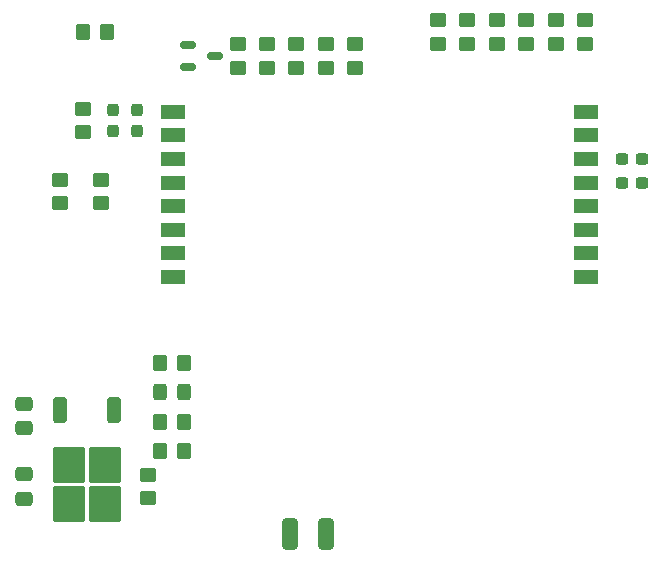
<source format=gbr>
%TF.GenerationSoftware,KiCad,Pcbnew,8.0.2-1*%
%TF.CreationDate,2024-05-25T15:23:03-04:00*%
%TF.ProjectId,Radio HAT,52616469-6f20-4484-9154-2e6b69636164,v1.1*%
%TF.SameCoordinates,Original*%
%TF.FileFunction,Paste,Top*%
%TF.FilePolarity,Positive*%
%FSLAX46Y46*%
G04 Gerber Fmt 4.6, Leading zero omitted, Abs format (unit mm)*
G04 Created by KiCad (PCBNEW 8.0.2-1) date 2024-05-25 15:23:03*
%MOMM*%
%LPD*%
G01*
G04 APERTURE LIST*
G04 Aperture macros list*
%AMRoundRect*
0 Rectangle with rounded corners*
0 $1 Rounding radius*
0 $2 $3 $4 $5 $6 $7 $8 $9 X,Y pos of 4 corners*
0 Add a 4 corners polygon primitive as box body*
4,1,4,$2,$3,$4,$5,$6,$7,$8,$9,$2,$3,0*
0 Add four circle primitives for the rounded corners*
1,1,$1+$1,$2,$3*
1,1,$1+$1,$4,$5*
1,1,$1+$1,$6,$7*
1,1,$1+$1,$8,$9*
0 Add four rect primitives between the rounded corners*
20,1,$1+$1,$2,$3,$4,$5,0*
20,1,$1+$1,$4,$5,$6,$7,0*
20,1,$1+$1,$6,$7,$8,$9,0*
20,1,$1+$1,$8,$9,$2,$3,0*%
G04 Aperture macros list end*
%ADD10RoundRect,0.250000X0.350000X0.450000X-0.350000X0.450000X-0.350000X-0.450000X0.350000X-0.450000X0*%
%ADD11RoundRect,0.250000X-0.400000X-1.075000X0.400000X-1.075000X0.400000X1.075000X-0.400000X1.075000X0*%
%ADD12RoundRect,0.150000X-0.512500X-0.150000X0.512500X-0.150000X0.512500X0.150000X-0.512500X0.150000X0*%
%ADD13RoundRect,0.250000X-0.450000X0.350000X-0.450000X-0.350000X0.450000X-0.350000X0.450000X0.350000X0*%
%ADD14RoundRect,0.250000X0.450000X-0.350000X0.450000X0.350000X-0.450000X0.350000X-0.450000X-0.350000X0*%
%ADD15RoundRect,0.250000X-0.475000X0.337500X-0.475000X-0.337500X0.475000X-0.337500X0.475000X0.337500X0*%
%ADD16RoundRect,0.237500X-0.300000X-0.237500X0.300000X-0.237500X0.300000X0.237500X-0.300000X0.237500X0*%
%ADD17RoundRect,0.250000X-0.350000X-0.450000X0.350000X-0.450000X0.350000X0.450000X-0.350000X0.450000X0*%
%ADD18RoundRect,0.250000X0.475000X-0.337500X0.475000X0.337500X-0.475000X0.337500X-0.475000X-0.337500X0*%
%ADD19RoundRect,0.250000X-0.350000X0.850000X-0.350000X-0.850000X0.350000X-0.850000X0.350000X0.850000X0*%
%ADD20RoundRect,0.250000X-1.125000X1.275000X-1.125000X-1.275000X1.125000X-1.275000X1.125000X1.275000X0*%
%ADD21R,2.000000X1.300000*%
%ADD22RoundRect,0.250000X-0.325000X-0.450000X0.325000X-0.450000X0.325000X0.450000X-0.325000X0.450000X0*%
%ADD23RoundRect,0.237500X-0.237500X0.300000X-0.237500X-0.300000X0.237500X-0.300000X0.237500X0.300000X0*%
G04 APERTURE END LIST*
D10*
X122500000Y-138000000D03*
X120500000Y-138000000D03*
D11*
X131450000Y-152500000D03*
X134550000Y-152500000D03*
D12*
X122862500Y-111064000D03*
X122862500Y-112964000D03*
X125137500Y-112014000D03*
D13*
X134518400Y-111014000D03*
X134518400Y-113014000D03*
D14*
X119500000Y-149500000D03*
X119500000Y-147500000D03*
D13*
X132029200Y-111014000D03*
X132029200Y-113014000D03*
D15*
X109000000Y-141462500D03*
X109000000Y-143537500D03*
D14*
X144000000Y-111000000D03*
X144000000Y-109000000D03*
D13*
X127050800Y-111014000D03*
X127050800Y-113014000D03*
D16*
X159605000Y-120750000D03*
X161330000Y-120750000D03*
D14*
X115500000Y-124500000D03*
X115500000Y-122500000D03*
X156500000Y-111000000D03*
X156500000Y-109000000D03*
X151500000Y-111000000D03*
X151500000Y-109000000D03*
X146500000Y-111000000D03*
X146500000Y-109000000D03*
D17*
X114000000Y-110000000D03*
X116000000Y-110000000D03*
D18*
X109000000Y-149537500D03*
X109000000Y-147462500D03*
D13*
X137007600Y-111014000D03*
X137007600Y-113014000D03*
D19*
X116560000Y-142000000D03*
D20*
X115805000Y-146625000D03*
X112755000Y-146625000D03*
X115805000Y-149975000D03*
X112755000Y-149975000D03*
D19*
X112000000Y-142000000D03*
D14*
X154000000Y-111000000D03*
X154000000Y-109000000D03*
D21*
X156567500Y-130750000D03*
X156567500Y-128750000D03*
X156567500Y-126750000D03*
X156567500Y-124750000D03*
X156567500Y-122750000D03*
X156567500Y-120750000D03*
X156567500Y-118750000D03*
X156567500Y-116750000D03*
X121567500Y-116750000D03*
X121567500Y-118750000D03*
X121567500Y-120750000D03*
X121567500Y-122750000D03*
X121567500Y-124750000D03*
X121567500Y-126750000D03*
X121567500Y-128750000D03*
X121567500Y-130750000D03*
D14*
X114000000Y-118500000D03*
X114000000Y-116500000D03*
D22*
X120475000Y-140500000D03*
X122525000Y-140500000D03*
D14*
X112000000Y-124500000D03*
X112000000Y-122500000D03*
D16*
X159605000Y-122750000D03*
X161330000Y-122750000D03*
D23*
X116500000Y-116637500D03*
X116500000Y-118362500D03*
D17*
X120500000Y-143000000D03*
X122500000Y-143000000D03*
X120500000Y-145500000D03*
X122500000Y-145500000D03*
D23*
X118500000Y-116637500D03*
X118500000Y-118362500D03*
D14*
X149000000Y-111000000D03*
X149000000Y-109000000D03*
D13*
X129540000Y-111014000D03*
X129540000Y-113014000D03*
M02*

</source>
